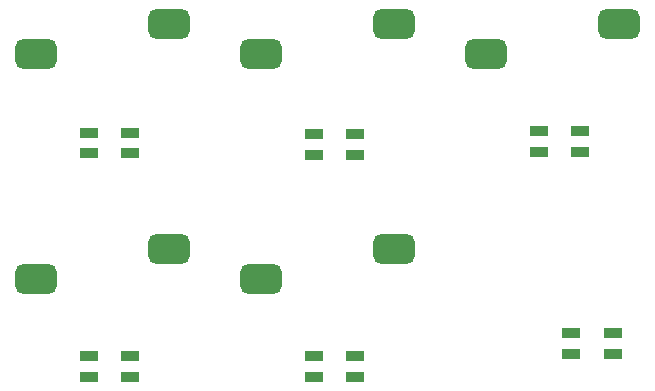
<source format=gbr>
%TF.GenerationSoftware,KiCad,Pcbnew,(6.0.1-0)*%
%TF.CreationDate,2023-10-08T20:28:27-07:00*%
%TF.ProjectId,pizzapad,70697a7a-6170-4616-942e-6b696361645f,rev?*%
%TF.SameCoordinates,Original*%
%TF.FileFunction,Paste,Bot*%
%TF.FilePolarity,Positive*%
%FSLAX46Y46*%
G04 Gerber Fmt 4.6, Leading zero omitted, Abs format (unit mm)*
G04 Created by KiCad (PCBNEW (6.0.1-0)) date 2023-10-08 20:28:27*
%MOMM*%
%LPD*%
G01*
G04 APERTURE LIST*
G04 Aperture macros list*
%AMRoundRect*
0 Rectangle with rounded corners*
0 $1 Rounding radius*
0 $2 $3 $4 $5 $6 $7 $8 $9 X,Y pos of 4 corners*
0 Add a 4 corners polygon primitive as box body*
4,1,4,$2,$3,$4,$5,$6,$7,$8,$9,$2,$3,0*
0 Add four circle primitives for the rounded corners*
1,1,$1+$1,$2,$3*
1,1,$1+$1,$4,$5*
1,1,$1+$1,$6,$7*
1,1,$1+$1,$8,$9*
0 Add four rect primitives between the rounded corners*
20,1,$1+$1,$2,$3,$4,$5,0*
20,1,$1+$1,$4,$5,$6,$7,0*
20,1,$1+$1,$6,$7,$8,$9,0*
20,1,$1+$1,$8,$9,$2,$3,0*%
G04 Aperture macros list end*
%ADD10R,1.600000X0.850000*%
%ADD11RoundRect,0.625000X1.125000X0.625000X-1.125000X0.625000X-1.125000X-0.625000X1.125000X-0.625000X0*%
G04 APERTURE END LIST*
D10*
%TO.C,LED0*%
X150848000Y-111280000D03*
X150848000Y-113030000D03*
X147348000Y-113030000D03*
X147348000Y-111280000D03*
%TD*%
%TO.C,LED2*%
X188948000Y-111139000D03*
X188948000Y-112889000D03*
X185448000Y-112889000D03*
X185448000Y-111139000D03*
%TD*%
%TO.C,LED1*%
X169898000Y-111393000D03*
X169898000Y-113143000D03*
X166398000Y-113143000D03*
X166398000Y-111393000D03*
%TD*%
%TO.C,LED4*%
X166398000Y-131939000D03*
X166398000Y-130189000D03*
X169898000Y-130189000D03*
X169898000Y-131939000D03*
%TD*%
%TO.C,LED5*%
X188214000Y-130020000D03*
X188214000Y-128270000D03*
X191714000Y-128270000D03*
X191714000Y-130020000D03*
%TD*%
D11*
%TO.C,S4*%
X173148000Y-121158000D03*
X161948000Y-123698000D03*
%TD*%
%TO.C,S0*%
X154098000Y-102108000D03*
X142898000Y-104648000D03*
%TD*%
D10*
%TO.C,LED3*%
X147348000Y-131939000D03*
X147348000Y-130189000D03*
X150848000Y-130189000D03*
X150848000Y-131939000D03*
%TD*%
D11*
%TO.C,S3*%
X154098000Y-121158000D03*
X142898000Y-123698000D03*
%TD*%
%TO.C,S2*%
X192198000Y-102108000D03*
X180998000Y-104648000D03*
%TD*%
%TO.C,S1*%
X173148000Y-102108000D03*
X161948000Y-104648000D03*
%TD*%
M02*

</source>
